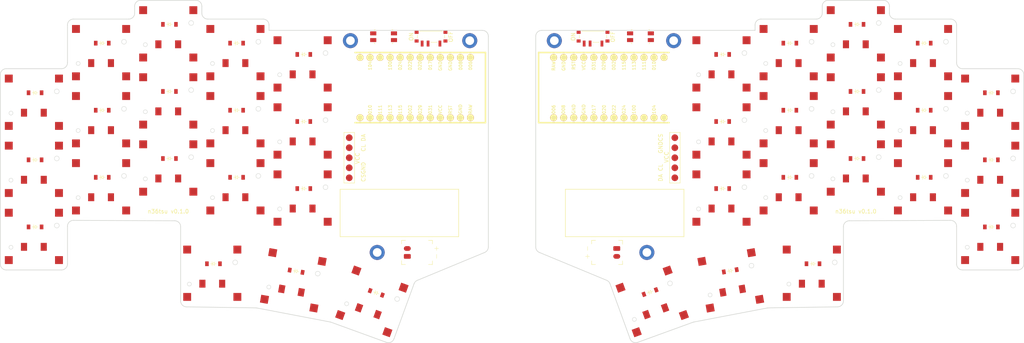
<source format=kicad_pcb>


(kicad_pcb
  (version 20240108)
  (generator "ergogen")
  (generator_version "4.1.0")
  (general
    (thickness 1.6)
    (legacy_teardrops no)
  )
  (paper "A3")
  (title_block
    (title "main_pcb")
    (date "2024-12-14")
    (rev "0.0.1")
    (company "n1tsu")
  )

  (layers
    (0 "F.Cu" signal)
    (31 "B.Cu" signal)
    (32 "B.Adhes" user "B.Adhesive")
    (33 "F.Adhes" user "F.Adhesive")
    (34 "B.Paste" user)
    (35 "F.Paste" user)
    (36 "B.SilkS" user "B.Silkscreen")
    (37 "F.SilkS" user "F.Silkscreen")
    (38 "B.Mask" user)
    (39 "F.Mask" user)
    (40 "Dwgs.User" user "User.Drawings")
    (41 "Cmts.User" user "User.Comments")
    (42 "Eco1.User" user "User.Eco1")
    (43 "Eco2.User" user "User.Eco2")
    (44 "Edge.Cuts" user)
    (45 "Margin" user)
    (46 "B.CrtYd" user "B.Courtyard")
    (47 "F.CrtYd" user "F.Courtyard")
    (48 "B.Fab" user)
    (49 "F.Fab" user)
  )

  (setup
    (pad_to_mask_clearance 0.05)
    (allow_soldermask_bridges_in_footprints no)
    (pcbplotparams
      (layerselection 0x00010fc_ffffffff)
      (plot_on_all_layers_selection 0x0000000_00000000)
      (disableapertmacros no)
      (usegerberextensions no)
      (usegerberattributes yes)
      (usegerberadvancedattributes yes)
      (creategerberjobfile yes)
      (dashed_line_dash_ratio 12.000000)
      (dashed_line_gap_ratio 3.000000)
      (svgprecision 4)
      (plotframeref no)
      (viasonmask no)
      (mode 1)
      (useauxorigin no)
      (hpglpennumber 1)
      (hpglpenspeed 20)
      (hpglpendiameter 15.000000)
      (pdf_front_fp_property_popups yes)
      (pdf_back_fp_property_popups yes)
      (dxfpolygonmode yes)
      (dxfimperialunits yes)
      (dxfusepcbnewfont yes)
      (psnegative no)
      (psa4output no)
      (plotreference yes)
      (plotvalue yes)
      (plotfptext yes)
      (plotinvisibletext no)
      (sketchpadsonfab no)
      (subtractmaskfromsilk no)
      (outputformat 1)
      (mirror no)
      (drillshape 1)
      (scaleselection 1)
      (outputdirectory "")
    )
  )

  (net 0 "")
(net 1 "GND")
(net 2 "matrix_qcolumn_zrow")
(net 3 "matrix_qcolumn_arow")
(net 4 "matrix_qcolumn_qrow")
(net 5 "matrix_wcolumn_zrow")
(net 6 "matrix_wcolumn_arow")
(net 7 "matrix_wcolumn_qrow")
(net 8 "matrix_ecolumn_zrow")
(net 9 "matrix_ecolumn_arow")
(net 10 "matrix_ecolumn_qrow")
(net 11 "matrix_rcolumn_zrow")
(net 12 "matrix_rcolumn_arow")
(net 13 "matrix_rcolumn_qrow")
(net 14 "matrix_tcolumn_zrow")
(net 15 "matrix_tcolumn_arow")
(net 16 "matrix_tcolumn_qrow")
(net 17 "thumb_inner")
(net 18 "thumb_middle")
(net 19 "thumb_outer")
(net 20 "mirror_matrix_qcolumn_zrow")
(net 21 "mirror_matrix_qcolumn_arow")
(net 22 "mirror_matrix_qcolumn_qrow")
(net 23 "mirror_matrix_wcolumn_zrow")
(net 24 "mirror_matrix_wcolumn_arow")
(net 25 "mirror_matrix_wcolumn_qrow")
(net 26 "mirror_matrix_ecolumn_zrow")
(net 27 "mirror_matrix_ecolumn_arow")
(net 28 "mirror_matrix_ecolumn_qrow")
(net 29 "mirror_matrix_rcolumn_zrow")
(net 30 "mirror_matrix_rcolumn_arow")
(net 31 "mirror_matrix_rcolumn_qrow")
(net 32 "mirror_matrix_tcolumn_zrow")
(net 33 "mirror_matrix_tcolumn_arow")
(net 34 "mirror_matrix_tcolumn_qrow")
(net 35 "mirror_thumb_inner")
(net 36 "mirror_thumb_middle")
(net 37 "mirror_thumb_outer")
(net 38 "qcolumn_zrow")
(net 39 "qcolumn_arow")
(net 40 "qcolumn_qrow")
(net 41 "wcolumn_zrow")
(net 42 "wcolumn_arow")
(net 43 "wcolumn_qrow")
(net 44 "ecolumn_zrow")
(net 45 "ecolumn_arow")
(net 46 "ecolumn_qrow")
(net 47 "rcolumn_zrow")
(net 48 "rcolumn_arow")
(net 49 "rcolumn_qrow")
(net 50 "tcolumn_zrow")
(net 51 "tcolumn_arow")
(net 52 "tcolumn_qrow")
(net 53 "inner_default")
(net 54 "middle_default")
(net 55 "outer_default")
(net 56 "mirror_qcolumn_zrow")
(net 57 "mirror_qcolumn_arow")
(net 58 "mirror_qcolumn_qrow")
(net 59 "mirror_wcolumn_zrow")
(net 60 "mirror_wcolumn_arow")
(net 61 "mirror_wcolumn_qrow")
(net 62 "mirror_ecolumn_zrow")
(net 63 "mirror_ecolumn_arow")
(net 64 "mirror_ecolumn_qrow")
(net 65 "mirror_rcolumn_zrow")
(net 66 "mirror_rcolumn_arow")
(net 67 "mirror_rcolumn_qrow")
(net 68 "mirror_tcolumn_zrow")
(net 69 "mirror_tcolumn_arow")
(net 70 "mirror_tcolumn_qrow")
(net 71 "mirror_inner_default")
(net 72 "mirror_middle_default")
(net 73 "mirror_outer_default")
(net 74 "RAW")
(net 75 "RST")
(net 76 "VCC")
(net 77 "P031")
(net 78 "P029")
(net 79 "P002")
(net 80 "P115")
(net 81 "P113")
(net 82 "P111")
(net 83 "P010")
(net 84 "P009")
(net 85 "P006")
(net 86 "P008")
(net 87 "P017")
(net 88 "P020")
(net 89 "P022")
(net 90 "P024")
(net 91 "P100")
(net 92 "P011")
(net 93 "P104")
(net 94 "P106")
(net 95 "P101")
(net 96 "P102")
(net 97 "P107")
(net 98 "BAT_P")
(net 99 "JST1_1")
(net 100 "JST1_2")
(net 101 "JST2_1")
(net 102 "JST2_2")
(net 103 "MOSI")
(net 104 "SCK")
(net 105 "CS")
(net 106 "DISP1_1")
(net 107 "DISP1_2")
(net 108 "DISP1_4")
(net 109 "DISP1_5")
(net 110 "DISP2_1")
(net 111 "DISP2_2")
(net 112 "DISP2_4")
(net 113 "DISP2_5")

  
(footprint "CPG1316S01D02_mikeholscher" (layer "F.Cu") (at 50 100 0))
    

(footprint "CPG1316S01D02_mikeholscher" (layer "F.Cu") (at 50 83 0))
    

(footprint "CPG1316S01D02_mikeholscher" (layer "F.Cu") (at 50 66 0))
    

(footprint "CPG1316S01D02_mikeholscher" (layer "F.Cu") (at 67 87.42699999999999 0))
    

(footprint "CPG1316S01D02_mikeholscher" (layer "F.Cu") (at 67 70.42699999999999 0))
    

(footprint "CPG1316S01D02_mikeholscher" (layer "F.Cu") (at 67 53.42699999999999 0))
    

(footprint "CPG1316S01D02_mikeholscher" (layer "F.Cu") (at 84 82.6645 0))
    

(footprint "CPG1316S01D02_mikeholscher" (layer "F.Cu") (at 84 65.6645 0))
    

(footprint "CPG1316S01D02_mikeholscher" (layer "F.Cu") (at 84 48.664500000000004 0))
    

(footprint "CPG1316S01D02_mikeholscher" (layer "F.Cu") (at 101 87.42699999999999 0))
    

(footprint "CPG1316S01D02_mikeholscher" (layer "F.Cu") (at 101 70.42699999999999 0))
    

(footprint "CPG1316S01D02_mikeholscher" (layer "F.Cu") (at 101 53.42699999999999 0))
    

(footprint "CPG1316S01D02_mikeholscher" (layer "F.Cu") (at 118 90.2845 0))
    

(footprint "CPG1316S01D02_mikeholscher" (layer "F.Cu") (at 118 73.2845 0))
    

(footprint "CPG1316S01D02_mikeholscher" (layer "F.Cu") (at 118 56.284499999999994 0))
    

(footprint "CPG1316S01D02_mikeholscher" (layer "F.Cu") (at 95.14 109.33449999999999 0))
    

(footprint "CPG1316S01D02_mikeholscher" (layer "F.Cu") (at 115.64929269999999 111.133205 -10))
    

(footprint "CPG1316S01D02_mikeholscher" (layer "F.Cu") (at 135.53466129999998 116.46598499999999 -20))
    

(footprint "CPG1316S01D02_mikeholscher" (layer "F.Cu") (at 292 100 0))
    

(footprint "CPG1316S01D02_mikeholscher" (layer "F.Cu") (at 292 83 0))
    

(footprint "CPG1316S01D02_mikeholscher" (layer "F.Cu") (at 292 66 0))
    

(footprint "CPG1316S01D02_mikeholscher" (layer "F.Cu") (at 275 87.42699999999999 0))
    

(footprint "CPG1316S01D02_mikeholscher" (layer "F.Cu") (at 275 70.42699999999999 0))
    

(footprint "CPG1316S01D02_mikeholscher" (layer "F.Cu") (at 275 53.42699999999999 0))
    

(footprint "CPG1316S01D02_mikeholscher" (layer "F.Cu") (at 258 82.6645 0))
    

(footprint "CPG1316S01D02_mikeholscher" (layer "F.Cu") (at 258 65.6645 0))
    

(footprint "CPG1316S01D02_mikeholscher" (layer "F.Cu") (at 258 48.664500000000004 0))
    

(footprint "CPG1316S01D02_mikeholscher" (layer "F.Cu") (at 241 87.42699999999999 0))
    

(footprint "CPG1316S01D02_mikeholscher" (layer "F.Cu") (at 241 70.42699999999999 0))
    

(footprint "CPG1316S01D02_mikeholscher" (layer "F.Cu") (at 241 53.42699999999999 0))
    

(footprint "CPG1316S01D02_mikeholscher" (layer "F.Cu") (at 224 90.2845 0))
    

(footprint "CPG1316S01D02_mikeholscher" (layer "F.Cu") (at 224 73.2845 0))
    

(footprint "CPG1316S01D02_mikeholscher" (layer "F.Cu") (at 224 56.284499999999994 0))
    

(footprint "CPG1316S01D02_mikeholscher" (layer "F.Cu") (at 246.86 109.33449999999999 0))
    

(footprint "CPG1316S01D02_mikeholscher" (layer "F.Cu") (at 226.3507073 111.133205 10))
    

(footprint "CPG1316S01D02_mikeholscher" (layer "F.Cu") (at 206.46533870000002 116.46598499999999 20))
    

    (footprint "ceoloide:diode_tht_sod123" (layer "F.Cu") (at 50.3 97.6 0))
        

    (footprint "ceoloide:diode_tht_sod123" (layer "F.Cu") (at 50.3 80.6 0))
        

    (footprint "ceoloide:diode_tht_sod123" (layer "F.Cu") (at 50.3 63.6 0))
        

    (footprint "ceoloide:diode_tht_sod123" (layer "F.Cu") (at 67.3 85.02699999999999 0))
        

    (footprint "ceoloide:diode_tht_sod123" (layer "F.Cu") (at 67.3 68.02699999999999 0))
        

    (footprint "ceoloide:diode_tht_sod123" (layer "F.Cu") (at 67.3 51.026999999999994 0))
        

    (footprint "ceoloide:diode_tht_sod123" (layer "F.Cu") (at 84.3 80.2645 0))
        

    (footprint "ceoloide:diode_tht_sod123" (layer "F.Cu") (at 84.3 63.264500000000005 0))
        

    (footprint "ceoloide:diode_tht_sod123" (layer "F.Cu") (at 84.3 46.264500000000005 0))
        

    (footprint "ceoloide:diode_tht_sod123" (layer "F.Cu") (at 101.3 85.02699999999999 0))
        

    (footprint "ceoloide:diode_tht_sod123" (layer "F.Cu") (at 101.3 68.02699999999999 0))
        

    (footprint "ceoloide:diode_tht_sod123" (layer "F.Cu") (at 101.3 51.026999999999994 0))
        

    (footprint "ceoloide:diode_tht_sod123" (layer "F.Cu") (at 118.3 87.88449999999999 0))
        

    (footprint "ceoloide:diode_tht_sod123" (layer "F.Cu") (at 118.3 70.88449999999999 0))
        

    (footprint "ceoloide:diode_tht_sod123" (layer "F.Cu") (at 118.3 53.884499999999996 0))
        

    (footprint "ceoloide:diode_tht_sod123" (layer "F.Cu") (at 95.44 106.93449999999999 0))
        

    (footprint "ceoloide:diode_tht_sod123" (layer "F.Cu") (at 116.36149069999999 108.8217608 -10))
        

    (footprint "ceoloide:diode_tht_sod123" (layer "F.Cu") (at 136.63741739999998 114.3133288 -20))
        

    (footprint "ceoloide:diode_tht_sod123" (layer "F.Cu") (at 292.3 97.6 0))
        

    (footprint "ceoloide:diode_tht_sod123" (layer "F.Cu") (at 292.3 80.6 0))
        

    (footprint "ceoloide:diode_tht_sod123" (layer "F.Cu") (at 292.3 63.6 0))
        

    (footprint "ceoloide:diode_tht_sod123" (layer "F.Cu") (at 275.3 85.02699999999999 0))
        

    (footprint "ceoloide:diode_tht_sod123" (layer "F.Cu") (at 275.3 68.02699999999999 0))
        

    (footprint "ceoloide:diode_tht_sod123" (layer "F.Cu") (at 275.3 51.026999999999994 0))
        

    (footprint "ceoloide:diode_tht_sod123" (layer "F.Cu") (at 258.3 80.2645 0))
        

    (footprint "ceoloide:diode_tht_sod123" (layer "F.Cu") (at 258.3 63.264500000000005 0))
        

    (footprint "ceoloide:diode_tht_sod123" (layer "F.Cu") (at 258.3 46.264500000000005 0))
        

    (footprint "ceoloide:diode_tht_sod123" (layer "F.Cu") (at 241.3 85.02699999999999 0))
        

    (footprint "ceoloide:diode_tht_sod123" (layer "F.Cu") (at 241.3 68.02699999999999 0))
        

    (footprint "ceoloide:diode_tht_sod123" (layer "F.Cu") (at 241.3 51.026999999999994 0))
        

    (footprint "ceoloide:diode_tht_sod123" (layer "F.Cu") (at 224.3 87.88449999999999 0))
        

    (footprint "ceoloide:diode_tht_sod123" (layer "F.Cu") (at 224.3 70.88449999999999 0))
        

    (footprint "ceoloide:diode_tht_sod123" (layer "F.Cu") (at 224.3 53.884499999999996 0))
        

    (footprint "ceoloide:diode_tht_sod123" (layer "F.Cu") (at 247.16000000000003 106.93449999999999 0))
        

    (footprint "ceoloide:diode_tht_sod123" (layer "F.Cu") (at 226.229394 108.71757190000001 10))
        

    (footprint "ceoloide:diode_tht_sod123" (layer "F.Cu") (at 205.92639810000003 114.10811669999998 20))
        

            
        (module nice_nano (layer F.Cu) (tedit 6058B206)
        (at 146.5 62.284499999999994 -180)

        
        (fp_text reference "MCU1" (at 0 0) (layer F.SilkS) hide (effects (font (size 1.2 1.2) (thickness 0.2032))))

        
        (fp_line (start -14.224 -3.556) (end -14.224 3.81) (layer Dwgs.User) (width 0.2))
        (fp_line (start -14.224 3.81) (end -19.304 3.81) (layer Dwgs.User) (width 0.2))
        (fp_line (start -19.304 3.81) (end -19.304 -3.556) (layer Dwgs.User) (width 0.2))
        (fp_line (start -19.304 -3.556) (end -14.224 -3.556) (layer Dwgs.User) (width 0.2))

        
        (fp_line (start 15.24 -8.89) (end -17.78 -8.89) (layer F.SilkS) (width 0.381))
        (fp_line (start -17.78 8.89) (end 15.24 8.89) (layer F.SilkS) (width 0.381))
        (fp_line (start -17.78 -8.89) (end -17.78 8.89) (layer F.SilkS) (width 0.381))
        
            
          
          (fp_text user RAW (at -13.97 -5.473715 -90) (layer F.SilkS) (effects (font (size 0.8 0.8) (thickness 0.15))))
          (fp_text user GND (at -11.43 -5.454667 -90) (layer F.SilkS) (effects (font (size 0.8 0.8) (thickness 0.15))))
          (fp_text user RST (at -8.89 -5.588 -90) (layer F.SilkS) (effects (font (size 0.8 0.8) (thickness 0.15))))
          (fp_text user VCC (at -6.35 -5.537191 -90) (layer F.SilkS) (effects (font (size 0.8 0.8) (thickness 0.15))))
          (fp_text user 031 (at -3.81 -5.537191 -90) (layer F.SilkS) (effects (font (size 0.8 0.8) (thickness 0.15))))
          (fp_text user 029 (at -1.27 -5.537191 -90) (layer F.SilkS) (effects (font (size 0.8 0.8) (thickness 0.15))))
          (fp_text user 002 (at 1.27 -5.537191 -90) (layer F.SilkS) (effects (font (size 0.8 0.8) (thickness 0.15))))
          (fp_text user 115 (at 3.81 -5.537191 -90) (layer F.SilkS) (effects (font (size 0.8 0.8) (thickness 0.15))))
          (fp_text user 113 (at 6.35 -5.537191 -90) (layer F.SilkS) (effects (font (size 0.8 0.8) (thickness 0.15))))
          (fp_text user 111 (at 8.89 -5.537191 -90) (layer F.SilkS) (effects (font (size 0.8 0.8) (thickness 0.15))))
          (fp_text user 010 (at 11.43 -5.537191 -90) (layer F.SilkS) (effects (font (size 0.8 0.8) (thickness 0.15))))

          (fp_text user 006 (at -13.97 5.53719 -90) (layer F.SilkS) (effects (font (size 0.8 0.8) (thickness 0.15))))
          (fp_text user 008 (at -11.5 5.53719 -90) (layer F.SilkS) (effects (font (size 0.8 0.8) (thickness 0.15))))
          (fp_text user GND (at -8.89 5.461 -90) (layer F.SilkS) (effects (font (size 0.8 0.8) (thickness 0.15))))
          (fp_text user GND (at -6.35 5.461 -90) (layer F.SilkS) (effects (font (size 0.8 0.8) (thickness 0.15))))
          (fp_text user 017 (at -3.8 5.53719 -90) (layer F.SilkS) (effects (font (size 0.8 0.8) (thickness 0.15))))
          (fp_text user 020 (at -1.2 5.53719 -90) (layer F.SilkS) (effects (font (size 0.8 0.8) (thickness 0.15))))
          (fp_text user 022 (at 1.3 5.53719 -90) (layer F.SilkS) (effects (font (size 0.8 0.8) (thickness 0.15))))
          (fp_text user 024 (at 3.81 5.53719 -90) (layer F.SilkS) (effects (font (size 0.8 0.8) (thickness 0.15))))
          (fp_text user 100 (at 6.35 5.53719 -90) (layer F.SilkS) (effects (font (size 0.8 0.8) (thickness 0.15))))
          (fp_text user 104 (at 11.43 5.53719 -90) (layer F.SilkS) (effects (font (size 0.8 0.8) (thickness 0.15))))

          
          (pad 1 smd circle (at -13.97 7.62) (size 1.7526 1.7526) (drill 1.0922) (layers F.Cu F.SilkS F.Mask) (net 85 "P006"))
          (pad 2 smd circle (at -11.43 7.62) (size 1.7526 1.7526) (drill 1.0922) (layers F.Cu F.SilkS F.Mask) (net 86 "P008"))
          (pad 3 smd circle (at -8.89 7.62) (size 1.7526 1.7526) (drill 1.0922) (layers F.Cu F.SilkS F.Mask) (net 1 "GND"))
          (pad 4 smd circle (at -6.35 7.62) (size 1.7526 1.7526) (drill 1.0922) (layers F.Cu F.SilkS F.Mask) (net 1 "GND"))
          (pad 5 smd circle (at -3.81 7.62) (size 1.7526 1.7526) (drill 1.0922) (layers F.Cu F.SilkS F.Mask) (net 87 "P017"))
          (pad 6 smd circle (at -1.27 7.62) (size 1.7526 1.7526) (drill 1.0922) (layers F.Cu F.SilkS F.Mask) (net 88 "P020"))
          (pad 7 smd circle (at 1.27 7.62) (size 1.7526 1.7526) (drill 1.0922) (layers F.Cu F.SilkS F.Mask) (net 89 "P022"))
          (pad 8 smd circle (at 3.81 7.62) (size 1.7526 1.7526) (drill 1.0922) (layers F.Cu F.SilkS F.Mask) (net 90 "P024"))
          (pad 9 smd circle (at 6.35 7.62) (size 1.7526 1.7526) (drill 1.0922) (layers F.Cu F.SilkS F.Mask) (net 91 "P100"))
          (pad 10 smd circle (at 8.89 7.62) (size 1.7526 1.7526) (drill 1.0922) (layers F.Cu F.SilkS F.Mask) (net 92 "P011"))
          (pad 11 smd circle (at 11.43 7.62) (size 1.7526 1.7526) (drill 1.0922) (layers F.Cu F.SilkS F.Mask) (net 93 "P104"))
          (pad 12 smd circle (at 13.97 7.62) (size 1.7526 1.7526) (drill 1.0922) (layers F.Cu F.SilkS F.Mask) (net 94 "P106"))

          (pad 13 smd circle (at 13.97 -7.62) (size 1.7526 1.7526) (drill 1.0922) (layers F.Cu F.SilkS F.Mask) (net 84 "P009"))
          (pad 14 smd circle (at 11.43 -7.62) (size 1.7526 1.7526) (drill 1.0922) (layers F.Cu F.SilkS F.Mask) (net 83 "P010"))
          (pad 15 smd circle (at 8.89 -7.62) (size 1.7526 1.7526) (drill 1.0922) (layers F.Cu F.SilkS F.Mask) (net 82 "P111"))
          (pad 16 smd circle (at 6.35 -7.62) (size 1.7526 1.7526) (drill 1.0922) (layers F.Cu F.SilkS F.Mask) (net 81 "P113"))
          (pad 17 smd circle (at 3.81 -7.62) (size 1.7526 1.7526) (drill 1.0922) (layers F.Cu F.SilkS F.Mask) (net 80 "P115"))
          (pad 18 smd circle (at 1.27 -7.62) (size 1.7526 1.7526) (drill 1.0922) (layers F.Cu F.SilkS F.Mask) (net 79 "P002"))
          (pad 19 smd circle (at -1.27 -7.62) (size 1.7526 1.7526) (drill 1.0922) (layers F.Cu F.SilkS F.Mask) (net 78 "P029"))
          (pad 20 smd circle (at -3.81 -7.62) (size 1.7526 1.7526) (drill 1.0922) (layers F.Cu F.SilkS F.Mask) (net 77 "P031"))
          (pad 21 smd circle (at -6.35 -7.62) (size 1.7526 1.7526) (drill 1.0922) (layers F.Cu F.SilkS F.Mask) (net 76 "VCC"))
          (pad 22 smd circle (at -8.89 -7.62) (size 1.7526 1.7526) (drill 1.0922) (layers F.Cu F.SilkS F.Mask) (net 75 "RST"))
          (pad 23 smd circle (at -11.43 -7.62) (size 1.7526 1.7526) (drill 1.0922) (layers F.Cu F.SilkS F.Mask) (net 1 "GND"))
          (pad 24 smd circle (at -13.97 -7.62) (size 1.7526 1.7526) (drill 1.0922) (layers F.Cu F.SilkS F.Mask) (net 74 "RAW"))
          )
            

            
        (module nice_nano (layer F.Cu) (tedit 6058B206)
        (at 195.5 62.284499999999994 0)

        
        (fp_text reference "MCU2" (at 0 0) (layer F.SilkS) hide (effects (font (size 1.2 1.2) (thickness 0.2032))))

        
        (fp_line (start -14.224 -3.556) (end -14.224 3.81) (layer Dwgs.User) (width 0.2))
        (fp_line (start -14.224 3.81) (end -19.304 3.81) (layer Dwgs.User) (width 0.2))
        (fp_line (start -19.304 3.81) (end -19.304 -3.556) (layer Dwgs.User) (width 0.2))
        (fp_line (start -19.304 -3.556) (end -14.224 -3.556) (layer Dwgs.User) (width 0.2))

        
        (fp_line (start 15.24 -8.89) (end -17.78 -8.89) (layer F.SilkS) (width 0.381))
        (fp_line (start -17.78 8.89) (end 15.24 8.89) (layer F.SilkS) (width 0.381))
        (fp_line (start -17.78 -8.89) (end -17.78 8.89) (layer F.SilkS) (width 0.381))
        
            
          
          (fp_text user RAW (at -13.97 -5.473715 90) (layer F.SilkS) (effects (font (size 0.8 0.8) (thickness 0.15))))
          (fp_text user GND (at -11.43 -5.454667 90) (layer F.SilkS) (effects (font (size 0.8 0.8) (thickness 0.15))))
          (fp_text user RST (at -8.89 -5.588 90) (layer F.SilkS) (effects (font (size 0.8 0.8) (thickness 0.15))))
          (fp_text user VCC (at -6.35 -5.537191 90) (layer F.SilkS) (effects (font (size 0.8 0.8) (thickness 0.15))))
          (fp_text user 031 (at -3.81 -5.537191 90) (layer F.SilkS) (effects (font (size 0.8 0.8) (thickness 0.15))))
          (fp_text user 029 (at -1.27 -5.537191 90) (layer F.SilkS) (effects (font (size 0.8 0.8) (thickness 0.15))))
          (fp_text user 002 (at 1.27 -5.537191 90) (layer F.SilkS) (effects (font (size 0.8 0.8) (thickness 0.15))))
          (fp_text user 115 (at 3.81 -5.537191 90) (layer F.SilkS) (effects (font (size 0.8 0.8) (thickness 0.15))))
          (fp_text user 113 (at 6.35 -5.537191 90) (layer F.SilkS) (effects (font (size 0.8 0.8) (thickness 0.15))))
          (fp_text user 111 (at 8.89 -5.537191 90) (layer F.SilkS) (effects (font (size 0.8 0.8) (thickness 0.15))))
          (fp_text user 010 (at 11.43 -5.537191 90) (layer F.SilkS) (effects (font (size 0.8 0.8) (thickness 0.15))))

          (fp_text user 006 (at -13.97 5.53719 90) (layer F.SilkS) (effects (font (size 0.8 0.8) (thickness 0.15))))
          (fp_text user 008 (at -11.5 5.53719 90) (layer F.SilkS) (effects (font (size 0.8 0.8) (thickness 0.15))))
          (fp_text user GND (at -8.89 5.461 90) (layer F.SilkS) (effects (font (size 0.8 0.8) (thickness 0.15))))
          (fp_text user GND (at -6.35 5.461 90) (layer F.SilkS) (effects (font (size 0.8 0.8) (thickness 0.15))))
          (fp_text user 017 (at -3.8 5.53719 90) (layer F.SilkS) (effects (font (size 0.8 0.8) (thickness 0.15))))
          (fp_text user 020 (at -1.2 5.53719 90) (layer F.SilkS) (effects (font (size 0.8 0.8) (thickness 0.15))))
          (fp_text user 022 (at 1.3 5.53719 90) (layer F.SilkS) (effects (font (size 0.8 0.8) (thickness 0.15))))
          (fp_text user 024 (at 3.81 5.53719 90) (layer F.SilkS) (effects (font (size 0.8 0.8) (thickness 0.15))))
          (fp_text user 100 (at 6.35 5.53719 90) (layer F.SilkS) (effects (font (size 0.8 0.8) (thickness 0.15))))
          (fp_text user 104 (at 11.43 5.53719 90) (layer F.SilkS) (effects (font (size 0.8 0.8) (thickness 0.15))))

          
          (pad 1 smd circle (at -13.97 7.62) (size 1.7526 1.7526) (drill 1.0922) (layers F.Cu F.SilkS F.Mask) (net 85 "P006"))
          (pad 2 smd circle (at -11.43 7.62) (size 1.7526 1.7526) (drill 1.0922) (layers F.Cu F.SilkS F.Mask) (net 86 "P008"))
          (pad 3 smd circle (at -8.89 7.62) (size 1.7526 1.7526) (drill 1.0922) (layers F.Cu F.SilkS F.Mask) (net 1 "GND"))
          (pad 4 smd circle (at -6.35 7.62) (size 1.7526 1.7526) (drill 1.0922) (layers F.Cu F.SilkS F.Mask) (net 1 "GND"))
          (pad 5 smd circle (at -3.81 7.62) (size 1.7526 1.7526) (drill 1.0922) (layers F.Cu F.SilkS F.Mask) (net 87 "P017"))
          (pad 6 smd circle (at -1.27 7.62) (size 1.7526 1.7526) (drill 1.0922) (layers F.Cu F.SilkS F.Mask) (net 88 "P020"))
          (pad 7 smd circle (at 1.27 7.62) (size 1.7526 1.7526) (drill 1.0922) (layers F.Cu F.SilkS F.Mask) (net 89 "P022"))
          (pad 8 smd circle (at 3.81 7.62) (size 1.7526 1.7526) (drill 1.0922) (layers F.Cu F.SilkS F.Mask) (net 90 "P024"))
          (pad 9 smd circle (at 6.35 7.62) (size 1.7526 1.7526) (drill 1.0922) (layers F.Cu F.SilkS F.Mask) (net 91 "P100"))
          (pad 10 smd circle (at 8.89 7.62) (size 1.7526 1.7526) (drill 1.0922) (layers F.Cu F.SilkS F.Mask) (net 92 "P011"))
          (pad 11 smd circle (at 11.43 7.62) (size 1.7526 1.7526) (drill 1.0922) (layers F.Cu F.SilkS F.Mask) (net 93 "P104"))
          (pad 12 smd circle (at 13.97 7.62) (size 1.7526 1.7526) (drill 1.0922) (layers F.Cu F.SilkS F.Mask) (net 94 "P106"))

          (pad 13 smd circle (at 13.97 -7.62) (size 1.7526 1.7526) (drill 1.0922) (layers F.Cu F.SilkS F.Mask) (net 84 "P009"))
          (pad 14 smd circle (at 11.43 -7.62) (size 1.7526 1.7526) (drill 1.0922) (layers F.Cu F.SilkS F.Mask) (net 83 "P010"))
          (pad 15 smd circle (at 8.89 -7.62) (size 1.7526 1.7526) (drill 1.0922) (layers F.Cu F.SilkS F.Mask) (net 82 "P111"))
          (pad 16 smd circle (at 6.35 -7.62) (size 1.7526 1.7526) (drill 1.0922) (layers F.Cu F.SilkS F.Mask) (net 81 "P113"))
          (pad 17 smd circle (at 3.81 -7.62) (size 1.7526 1.7526) (drill 1.0922) (layers F.Cu F.SilkS F.Mask) (net 80 "P115"))
          (pad 18 smd circle (at 1.27 -7.62) (size 1.7526 1.7526) (drill 1.0922) (layers F.Cu F.SilkS F.Mask) (net 79 "P002"))
          (pad 19 smd circle (at -1.27 -7.62) (size 1.7526 1.7526) (drill 1.0922) (layers F.Cu F.SilkS F.Mask) (net 78 "P029"))
          (pad 20 smd circle (at -3.81 -7.62) (size 1.7526 1.7526) (drill 1.0922) (layers F.Cu F.SilkS F.Mask) (net 77 "P031"))
          (pad 21 smd circle (at -6.35 -7.62) (size 1.7526 1.7526) (drill 1.0922) (layers F.Cu F.SilkS F.Mask) (net 76 "VCC"))
          (pad 22 smd circle (at -8.89 -7.62) (size 1.7526 1.7526) (drill 1.0922) (layers F.Cu F.SilkS F.Mask) (net 75 "RST"))
          (pad 23 smd circle (at -11.43 -7.62) (size 1.7526 1.7526) (drill 1.0922) (layers F.Cu F.SilkS F.Mask) (net 1 "GND"))
          (pad 24 smd circle (at -13.97 -7.62) (size 1.7526 1.7526) (drill 1.0922) (layers F.Cu F.SilkS F.Mask) (net 74 "RAW"))
          )
            

    (footprint "ceoloide:battery_connector_jst_ph_2" (layer "F.Cu") (at 144.5 104.0645 90))
        

    (footprint "ceoloide:battery_connector_jst_ph_2" (layer "F.Cu") (at 197.5 104.0645 -90))
        

  (footprint "ceoloide:power_switch_smd_side" (layer "F.Cu") (at 150.5 49.394499999999994 90))
    

  (footprint "ceoloide:power_switch_smd_side" (layer "F.Cu") (at 191.5 49.394499999999994 90))
    

  (footprint "ceoloide:reset_switch_smd_side" (layer "F.Cu") (at 138.5 49.394499999999994 0))
    

  (footprint "ceoloide:reset_switch_smd_side" (layer "F.Cu") (at 203.5 49.394499999999994 0))
    

  (footprint "ceoloide:display_nice_view" (layer F.Cu) (at 146.5 80.0645 -90))
    

  (footprint "ceoloide:display_nice_view" (layer F.Cu) (at 195.5 80.0645 90))
    

  (footprint "ceoloide:mounting_hole_plated" (layer "F.Cu") (at 130.1 50.394499999999994 0))
    

  (footprint "ceoloide:mounting_hole_plated" (layer "F.Cu") (at 160.3 50.394499999999994 0))
    

  (footprint "ceoloide:mounting_hole_plated" (layer "F.Cu") (at 136.88 104.0645 0))
    

  (footprint "ceoloide:mounting_hole_plated" (layer "F.Cu") (at 211.9 50.394499999999994 0))
    

  (footprint "ceoloide:mounting_hole_plated" (layer "F.Cu") (at 181.7 50.394499999999994 0))
    

  (footprint "ceoloide:mounting_hole_plated" (layer "F.Cu") (at 205.12 104.0645 0))
    

  (gr_text "n36tsu v0.1.0"
    (at 84 93.6645 0)
    (layer "F.SilkS" )
    (effects
      (font 
        (size 1 1)
        (thickness 0.15)
        
        
      )
      
    )
  )
      

  (gr_text "n36tsu v0.1.0"
    (at 258 93.6645 0)
    (layer "F.SilkS" )
    (effects
      (font 
        (size 1 1)
        (thickness 0.15)
        
        
      )
      
    )
  )
      
  (gr_line (start 41.5 107) (end 41.5 59) (layer Edge.Cuts) (stroke (width 0.15) (type default)))
(gr_line (start 43 57.5) (end 57 57.5) (layer Edge.Cuts) (stroke (width 0.15) (type default)))
(gr_line (start 58.5 56) (end 58.5 46.42699999999999) (layer Edge.Cuts) (stroke (width 0.15) (type default)))
(gr_line (start 60 44.92699999999999) (end 74 44.92699999999999) (layer Edge.Cuts) (stroke (width 0.15) (type default)))
(gr_line (start 75.5 43.42699999999999) (end 75.5 41.664500000000004) (layer Edge.Cuts) (stroke (width 0.15) (type default)))
(gr_line (start 77 40.164500000000004) (end 91 40.164500000000004) (layer Edge.Cuts) (stroke (width 0.15) (type default)))
(gr_line (start 92.5 41.664500000000004) (end 92.5 43.42699999999999) (layer Edge.Cuts) (stroke (width 0.15) (type default)))
(gr_line (start 94 44.92699999999999) (end 108 44.92699999999999) (layer Edge.Cuts) (stroke (width 0.15) (type default)))
(gr_line (start 109.5 46.42699999999999) (end 109.5 47.784499999999994) (layer Edge.Cuts) (stroke (width 0.15) (type default)))
(gr_line (start 109.5 47.784499999999994) (end 163.5 47.784499999999994) (layer Edge.Cuts) (stroke (width 0.15) (type default)))
(gr_line (start 165 49.284499999999994) (end 165 102.68268060822757) (layer Edge.Cuts) (stroke (width 0.15) (type default)))
(gr_line (start 164.07459825733693 104.06826242591985) (end 147.0385483344756 111.13308146081316) (layer Edge.Cuts) (stroke (width 0.15) (type default)))
(gr_line (start 146.20360767574283 112.0056331226566) (end 141.12790761670462 125.95100455113351) (layer Edge.Cuts) (stroke (width 0.15) (type default)))
(gr_line (start 139.20533854478606 126.84751331135426) (end 125.22287961957288 121.7583144477694) (layer Edge.Cuts) (stroke (width 0.15) (type default)))
(gr_line (start 124.99191470625759 121.69461235283661) (end 106.4237131601815 118.13956302599205) (layer Edge.Cuts) (stroke (width 0.15) (type default)))
(gr_line (start 106.16360236690551 118.11296473771553) (end 88.61804555074244 117.85613541681963) (layer Edge.Cuts) (stroke (width 0.15) (type default)))
(gr_line (start 87.14 116.35629611754065) (end 87.14 97.54072821717877) (layer Edge.Cuts) (stroke (width 0.15) (type default)))
(gr_line (start 85.64628485000087 96.04074141696928) (end 60.006284850000874 95.9333112493715) (layer Edge.Cuts) (stroke (width 0.15) (type default)))
(gr_line (start 58.5 97.433298049581) (end 58.5 107) (layer Edge.Cuts) (stroke (width 0.15) (type default)))
(gr_line (start 57 108.5) (end 43 108.5) (layer Edge.Cuts) (stroke (width 0.15) (type default)))
(gr_arc (start 43 57.5) (mid 41.9393398 57.9393398) (end 41.5 59) (layer Edge.Cuts) (stroke (width 0.15) (type default)))
(gr_arc (start 57 57.5) (mid 58.0606602 57.0606602) (end 58.5 56) (layer Edge.Cuts) (stroke (width 0.15) (type default)))
(gr_arc (start 60 44.92699999999999) (mid 58.9393398 45.36633979999999) (end 58.5 46.42699999999999) (layer Edge.Cuts) (stroke (width 0.15) (type default)))
(gr_arc (start 74 44.92699999999999) (mid 75.0606602 44.48766019999999) (end 75.5 43.42699999999999) (layer Edge.Cuts) (stroke (width 0.15) (type default)))
(gr_arc (start 77 40.164500000000004) (mid 75.9393398 40.6038398) (end 75.5 41.664500000000004) (layer Edge.Cuts) (stroke (width 0.15) (type default)))
(gr_arc (start 92.5 41.664500000000004) (mid 92.0606602 40.6038398) (end 91 40.164500000000004) (layer Edge.Cuts) (stroke (width 0.15) (type default)))
(gr_arc (start 92.5 43.42699999999999) (mid 92.9393398 44.48766019999999) (end 94 44.92699999999999) (layer Edge.Cuts) (stroke (width 0.15) (type default)))
(gr_arc (start 109.5 46.42699999999999) (mid 109.0606602 45.36633979999999) (end 108 44.92699999999999) (layer Edge.Cuts) (stroke (width 0.15) (type default)))
(gr_arc (start 165 49.284499999999994) (mid 164.5606602 48.22383979999999) (end 163.5 47.784499999999994) (layer Edge.Cuts) (stroke (width 0.15) (type default)))
(gr_arc (start 164.0745982 104.06826240822757) (mid 164.7473767 103.51577810822756) (end 165 102.68268060822757) (layer Edge.Cuts) (stroke (width 0.15) (type default)))
(gr_arc (start 147.03854839181253 111.13308147850545) (mid 146.52938619181253 111.48161777850544) (end 146.20360769181252 112.00563307850544) (layer Edge.Cuts) (stroke (width 0.15) (type default)))
(gr_arc (start 139.20533850063495 126.84751329528459) (mid 140.35229610063496 126.79743599528459) (end 141.12790760063496 125.95100459528459) (layer Edge.Cuts) (stroke (width 0.15) (type default)))
(gr_arc (start 125.222879663724 121.75831446383907) (mid 125.108671063724 121.72184466383908) (end 124.991914763724 121.69461236383907) (layer Edge.Cuts) (stroke (width 0.15) (type default)))
(gr_arc (start 106.42371321764793 118.13956293699452) (mid 106.29423841764793 118.12058543699452) (end 106.16360241764794 118.11296463699452) (layer Edge.Cuts) (stroke (width 0.15) (type default)))
(gr_arc (start 87.14 116.35629611754065) (mid 87.571606 117.40916561754065) (end 88.6180456 117.85613541754066) (layer Edge.Cuts) (stroke (width 0.15) (type default)))
(gr_arc (start 87.14 97.54072821717877) (mid 86.7028799 96.48229241717877) (end 85.6462849 96.04074141717877) (layer Edge.Cuts) (stroke (width 0.15) (type default)))
(gr_arc (start 60.0062849 95.933311249581) (mid 58.9415642 96.370418149581) (end 58.5 97.433298049581) (layer Edge.Cuts) (stroke (width 0.15) (type default)))
(gr_arc (start 57 108.5) (mid 58.0606602 108.0606602) (end 58.5 107) (layer Edge.Cuts) (stroke (width 0.15) (type default)))
(gr_arc (start 41.5 107) (mid 41.9393398 108.0606602) (end 43 108.5) (layer Edge.Cuts) (stroke (width 0.15) (type default)))
(gr_line (start 300.5 107) (end 300.5 59) (layer Edge.Cuts) (stroke (width 0.15) (type default)))
(gr_line (start 299 57.5) (end 285 57.5) (layer Edge.Cuts) (stroke (width 0.15) (type default)))
(gr_line (start 283.5 56) (end 283.5 46.42699999999999) (layer Edge.Cuts) (stroke (width 0.15) (type default)))
(gr_line (start 282 44.92699999999999) (end 268 44.92699999999999) (layer Edge.Cuts) (stroke (width 0.15) (type default)))
(gr_line (start 266.5 43.42699999999999) (end 266.5 41.664500000000004) (layer Edge.Cuts) (stroke (width 0.15) (type default)))
(gr_line (start 265 40.164500000000004) (end 251 40.164500000000004) (layer Edge.Cuts) (stroke (width 0.15) (type default)))
(gr_line (start 249.5 41.664500000000004) (end 249.5 43.42699999999999) (layer Edge.Cuts) (stroke (width 0.15) (type default)))
(gr_line (start 248 44.92699999999999) (end 234 44.92699999999999) (layer Edge.Cuts) (stroke (width 0.15) (type default)))
(gr_line (start 232.5 46.42699999999999) (end 232.5 47.784499999999994) (layer Edge.Cuts) (stroke (width 0.15) (type default)))
(gr_line (start 178.5 47.784499999999994) (end 232.5 47.784499999999994) (layer Edge.Cuts) (stroke (width 0.15) (type default)))
(gr_line (start 177 49.284499999999994) (end 177 102.68268060822759) (layer Edge.Cuts) (stroke (width 0.15) (type default)))
(gr_line (start 177.92540174266304 104.06826242591985) (end 194.9614516655244 111.13308146081316) (layer Edge.Cuts) (stroke (width 0.15) (type default)))
(gr_line (start 195.79639232425717 112.0056331226566) (end 200.8720923832954 125.95100455113356) (layer Edge.Cuts) (stroke (width 0.15) (type default)))
(gr_line (start 202.79466145521397 126.84751331135425) (end 216.7771203804271 121.75831444776938) (layer Edge.Cuts) (stroke (width 0.15) (type default)))
(gr_line (start 217.00808529374243 121.6946123528366) (end 235.57628683981852 118.13956302599206) (layer Edge.Cuts) (stroke (width 0.15) (type default)))
(gr_line (start 235.83639763309452 118.11296473771554) (end 253.3819544492576 117.85613541681964) (layer Edge.Cuts) (stroke (width 0.15) (type default)))
(gr_line (start 254.86 116.35629611754065) (end 254.86 97.54072821717877) (layer Edge.Cuts) (stroke (width 0.15) (type default)))
(gr_line (start 256.3537151499992 96.04074141696927) (end 281.9937151499991 95.9333112493715) (layer Edge.Cuts) (stroke (width 0.15) (type default)))
(gr_line (start 283.5 97.433298049581) (end 283.5 107) (layer Edge.Cuts) (stroke (width 0.15) (type default)))
(gr_line (start 285 108.5) (end 299 108.5) (layer Edge.Cuts) (stroke (width 0.15) (type default)))
(gr_arc (start 300.5 59) (mid 300.0606602 57.9393398) (end 299 57.5) (layer Edge.Cuts) (stroke (width 0.15) (type default)))
(gr_arc (start 283.5 56) (mid 283.9393398 57.0606602) (end 285 57.5) (layer Edge.Cuts) (stroke (width 0.15) (type default)))
(gr_arc (start 283.5 46.42699999999999) (mid 283.0606602 45.36633979999999) (end 282 44.92699999999999) (layer Edge.Cuts) (stroke (width 0.15) (type default)))
(gr_arc (start 266.5 43.42699999999999) (mid 266.9393398 44.48766019999999) (end 268 44.92699999999999) (layer Edge.Cuts) (stroke (width 0.15) (type default)))
(gr_arc (start 266.5 41.664500000000004) (mid 266.0606602 40.6038398) (end 265 40.164500000000004) (layer Edge.Cuts) (stroke (width 0.15) (type default)))
(gr_arc (start 251 40.164500000000004) (mid 249.9393398 40.6038398) (end 249.5 41.664500000000004) (layer Edge.Cuts) (stroke (width 0.15) (type default)))
(gr_arc (start 248 44.92699999999999) (mid 249.0606602 44.48766019999999) (end 249.5 43.42699999999999) (layer Edge.Cuts) (stroke (width 0.15) (type default)))
(gr_arc (start 234 44.92699999999999) (mid 232.9393398 45.36633979999999) (end 232.5 46.42699999999999) (layer Edge.Cuts) (stroke (width 0.15) (type default)))
(gr_arc (start 178.5 47.784499999999994) (mid 177.4393398 48.22383979999999) (end 177 49.284499999999994) (layer Edge.Cuts) (stroke (width 0.15) (type default)))
(gr_arc (start 177 102.68268060822759) (mid 177.2526233 103.51577800822758) (end 177.9254018 104.06826240822758) (layer Edge.Cuts) (stroke (width 0.15) (type default)))
(gr_arc (start 195.79639230818745 112.00563307850543) (mid 195.47061380818744 111.48161777850542) (end 194.96145160818745 111.13308147850543) (layer Edge.Cuts) (stroke (width 0.15) (type default)))
(gr_arc (start 200.87209239936507 125.95100459528464) (mid 201.64770389936507 126.79743599528464) (end 202.79466149936508 126.84751329528464) (layer Edge.Cuts) (stroke (width 0.15) (type default)))
(gr_arc (start 217.008085236276 121.69461226383906) (mid 216.891328836276 121.72184456383906) (end 216.777120336276 121.75831436383906) (layer Edge.Cuts) (stroke (width 0.15) (type default)))
(gr_arc (start 235.8363976823521 118.11296473699453) (mid 235.7057615823521 118.12058553699453) (end 235.5762868823521 118.13956303699453) (layer Edge.Cuts) (stroke (width 0.15) (type default)))
(gr_arc (start 253.3819544 117.85613541754066) (mid 254.42839400000003 117.40916561754065) (end 254.86 116.35629611754065) (layer Edge.Cuts) (stroke (width 0.15) (type default)))
(gr_arc (start 256.3537151 96.04074141717877) (mid 255.2971201 96.48229241717877) (end 254.86 97.54072821717877) (layer Edge.Cuts) (stroke (width 0.15) (type default)))
(gr_arc (start 283.5 97.433298049581) (mid 283.0584358 96.370418149581) (end 281.9937151 95.933311249581) (layer Edge.Cuts) (stroke (width 0.15) (type default)))
(gr_arc (start 283.5 107) (mid 283.9393398 108.0606602) (end 285 108.5) (layer Edge.Cuts) (stroke (width 0.15) (type default)))
(gr_arc (start 299 108.5) (mid 300.0606602 108.0606602) (end 300.5 107) (layer Edge.Cuts) (stroke (width 0.15) (type default)))
(gr_line (start 157.5 100.0645) (end 157.5 88.0645) (layer F.SilkS) (stroke (width 0.15) (type default)))
(gr_line (start 157.5 88.0645) (end 127.5 88.0645) (layer F.SilkS) (stroke (width 0.15) (type default)))
(gr_line (start 127.5 88.0645) (end 127.5 100.0645) (layer F.SilkS) (stroke (width 0.15) (type default)))
(gr_line (start 127.5 100.0645) (end 157.5 100.0645) (layer F.SilkS) (stroke (width 0.15) (type default)))
(gr_line (start 184.5 88.0645) (end 184.5 100.0645) (layer F.SilkS) (stroke (width 0.15) (type default)))
(gr_line (start 184.5 100.0645) (end 214.5 100.0645) (layer F.SilkS) (stroke (width 0.15) (type default)))
(gr_line (start 214.5 100.0645) (end 214.5 88.0645) (layer F.SilkS) (stroke (width 0.15) (type default)))
(gr_line (start 214.5 88.0645) (end 184.5 88.0645) (layer F.SilkS) (stroke (width 0.15) (type default)))

)


</source>
